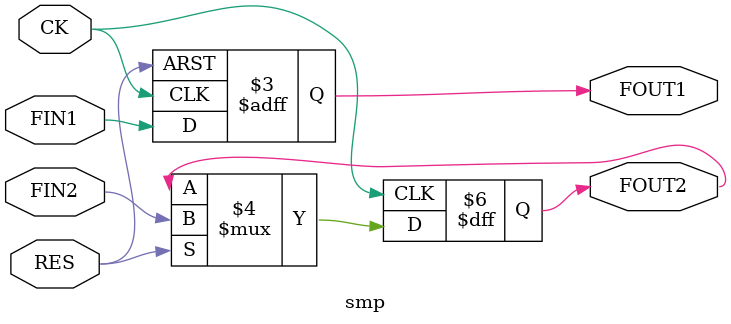
<source format=v>
module smp(RES,CK,FIN1,FIN2,FOUT1,FOUT2);
input
RES,CK,FIN1,FIN2;
output FOUT1,FOUT2;
reg
FOUT1,FOUT2;
always@(negedge RES or posedge CK)
if(~RES)
FOUT1 <= 1'b0;
else
begin
FOUT1 <= FIN1;
FOUT2 <= FIN2;
end
endmodule

</source>
